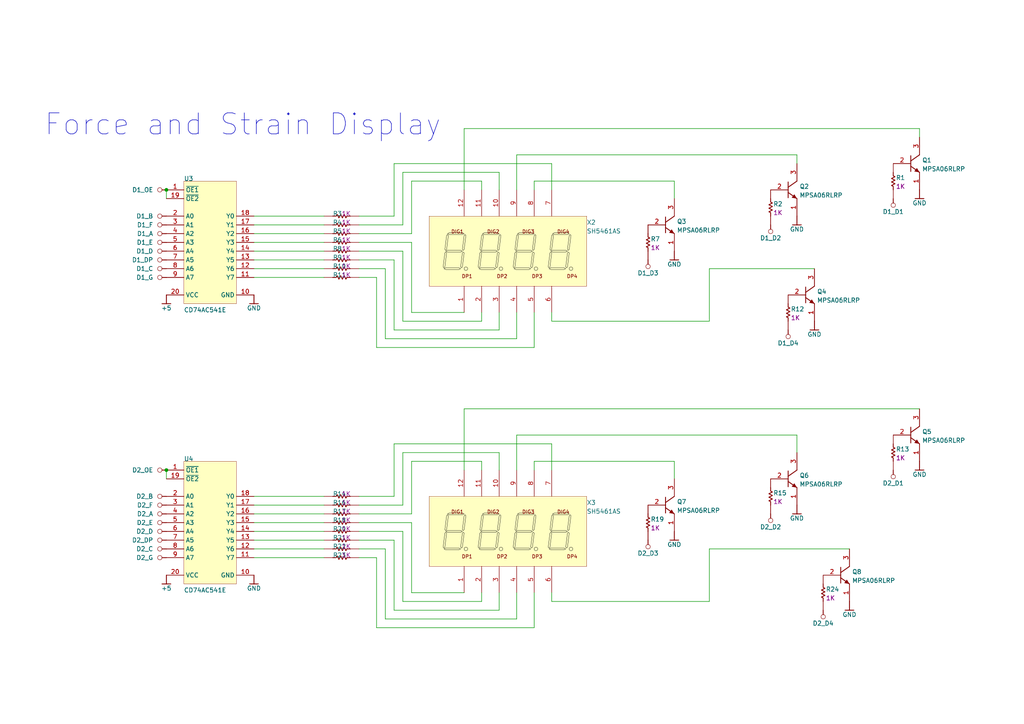
<source format=kicad_sch>
(kicad_sch (version 20231120) (generator "eeschema") (generator_version "8.0")
  (paper "A4")
  (junction (at 48.26 55.0672))
  (junction (at 48.26 136.3472))
  (wire (pts (xy 116.84 146.5072) (xy 116.84 131.2672)))
  (wire (pts (xy 154.94 90.6272) (xy 154.94 100.7872)))
  (wire (pts (xy 149.86 171.9072) (xy 149.86 179.5272)))
  (wire (pts (xy 104.14 149.0472) (xy 119.38 149.0472)))
  (wire (pts (xy 144.78 171.9072) (xy 144.78 176.9872)))
  (wire (pts (xy 104.14 151.5872) (xy 119.38 151.5872)))
  (wire (pts (xy 144.78 131.2672) (xy 144.78 136.3472)))
  (wire (pts (xy 73.66 146.5072) (xy 93.98 146.5072)))
  (wire (pts (xy 114.3 47.4472) (xy 160.02 47.4472)))
  (wire (pts (xy 134.62 136.3472) (xy 134.62 118.5672)))
  (wire (pts (xy 144.78 90.6272) (xy 144.78 95.7072)))
  (wire (pts (xy 154.94 100.7872) (xy 109.22 100.7872)))
  (wire (pts (xy 73.66 70.3072) (xy 93.98 70.3072)))
  (wire (pts (xy 154.94 136.3472) (xy 154.94 133.8072)))
  (wire (pts (xy 104.14 65.2272) (xy 116.84 65.2272)))
  (wire (pts (xy 119.38 52.5272) (xy 139.7 52.5272)))
  (wire (pts (xy 104.14 146.5072) (xy 116.84 146.5072)))
  (wire (pts (xy 114.3 62.6872) (xy 114.3 47.4472)))
  (wire (pts (xy 114.3 95.7072) (xy 114.3 75.3872)))
  (wire (pts (xy 139.7 93.1672) (xy 116.84 93.1672)))
  (wire (pts (xy 73.66 154.1272) (xy 93.98 154.1272)))
  (wire (pts (xy 73.66 143.9672) (xy 93.98 143.9672)))
  (wire (pts (xy 139.7 171.9072) (xy 139.7 174.4472)))
  (wire (pts (xy 160.02 128.7272) (xy 160.02 136.3472)))
  (wire (pts (xy 73.66 77.9272) (xy 93.98 77.9272)))
  (wire (pts (xy 160.02 93.1672) (xy 205.74 93.1672)))
  (wire (pts (xy 195.58 133.8072) (xy 195.58 138.8872)))
  (wire (pts (xy 111.76 179.5272) (xy 111.76 159.2072)))
  (wire (pts (xy 73.66 72.8472) (xy 93.98 72.8472)))
  (wire (pts (xy 119.38 149.0472) (xy 119.38 133.8072)))
  (wire (pts (xy 266.7 37.2872) (xy 266.7 39.8272)))
  (wire (pts (xy 116.84 72.8472) (xy 104.14 72.8472)))
  (wire (pts (xy 73.66 151.5872) (xy 93.98 151.5872)))
  (wire (pts (xy 205.74 77.9272) (xy 236.22 77.9272)))
  (wire (pts (xy 195.58 52.5272) (xy 195.58 57.6072)))
  (wire (pts (xy 114.3 75.3872) (xy 104.14 75.3872)))
  (wire (pts (xy 73.66 65.2272) (xy 93.98 65.2272)))
  (wire (pts (xy 116.84 93.1672) (xy 116.84 72.8472)))
  (wire (pts (xy 149.86 98.2472) (xy 111.76 98.2472)))
  (wire (pts (xy 154.94 133.8072) (xy 195.58 133.8072)))
  (wire (pts (xy 111.76 98.2472) (xy 111.76 77.9272)))
  (wire (pts (xy 73.66 75.3872) (xy 93.98 75.3872)))
  (wire (pts (xy 114.3 176.9872) (xy 114.3 156.6672)))
  (wire (pts (xy 48.26 138.8872) (xy 48.26 136.3472)))
  (wire (pts (xy 149.86 44.9072) (xy 231.14 44.9072)))
  (wire (pts (xy 160.02 90.6272) (xy 160.02 93.1672)))
  (wire (pts (xy 104.14 143.9672) (xy 114.3 143.9672)))
  (wire (pts (xy 116.84 174.4472) (xy 116.84 154.1272)))
  (wire (pts (xy 144.78 176.9872) (xy 114.3 176.9872)))
  (wire (pts (xy 114.3 156.6672) (xy 104.14 156.6672)))
  (wire (pts (xy 109.22 161.7472) (xy 104.14 161.7472)))
  (wire (pts (xy 73.66 67.7672) (xy 93.98 67.7672)))
  (wire (pts (xy 139.7 133.8072) (xy 139.7 136.3472)))
  (wire (pts (xy 154.94 182.0672) (xy 109.22 182.0672)))
  (wire (pts (xy 114.3 128.7272) (xy 160.02 128.7272)))
  (wire (pts (xy 154.94 171.9072) (xy 154.94 182.0672)))
  (wire (pts (xy 160.02 171.9072) (xy 160.02 174.4472)))
  (wire (pts (xy 139.7 52.5272) (xy 139.7 55.0672)))
  (wire (pts (xy 73.66 156.6672) (xy 93.98 156.6672)))
  (wire (pts (xy 111.76 77.9272) (xy 104.14 77.9272)))
  (wire (pts (xy 116.84 49.9872) (xy 144.78 49.9872)))
  (wire (pts (xy 73.66 62.6872) (xy 93.98 62.6872)))
  (wire (pts (xy 73.66 149.0472) (xy 93.98 149.0472)))
  (wire (pts (xy 73.66 159.2072) (xy 93.98 159.2072)))
  (wire (pts (xy 116.84 131.2672) (xy 144.78 131.2672)))
  (wire (pts (xy 160.02 174.4472) (xy 205.74 174.4472)))
  (wire (pts (xy 205.74 174.4472) (xy 205.74 159.2072)))
  (wire (pts (xy 119.38 151.5872) (xy 119.38 171.9072)))
  (wire (pts (xy 119.38 171.9072) (xy 134.62 171.9072)))
  (wire (pts (xy 109.22 100.7872) (xy 109.22 80.4672)))
  (wire (pts (xy 73.66 80.4672) (xy 93.98 80.4672)))
  (wire (pts (xy 144.78 95.7072) (xy 114.3 95.7072)))
  (wire (pts (xy 154.94 55.0672) (xy 154.94 52.5272)))
  (wire (pts (xy 134.62 37.2872) (xy 266.7 37.2872)))
  (wire (pts (xy 134.62 55.0672) (xy 134.62 37.2872)))
  (wire (pts (xy 139.7 174.4472) (xy 116.84 174.4472)))
  (wire (pts (xy 149.86 126.1872) (xy 231.14 126.1872)))
  (wire (pts (xy 149.86 179.5272) (xy 111.76 179.5272)))
  (wire (pts (xy 119.38 70.3072) (xy 119.38 90.6272)))
  (wire (pts (xy 144.78 49.9872) (xy 144.78 55.0672)))
  (wire (pts (xy 73.66 161.7472) (xy 93.98 161.7472)))
  (wire (pts (xy 149.86 90.6272) (xy 149.86 98.2472)))
  (wire (pts (xy 109.22 182.0672) (xy 109.22 161.7472)))
  (wire (pts (xy 149.86 136.3472) (xy 149.86 126.1872)))
  (wire (pts (xy 119.38 67.7672) (xy 119.38 52.5272)))
  (wire (pts (xy 119.38 133.8072) (xy 139.7 133.8072)))
  (wire (pts (xy 111.76 159.2072) (xy 104.14 159.2072)))
  (wire (pts (xy 205.74 93.1672) (xy 205.74 77.9272)))
  (wire (pts (xy 116.84 154.1272) (xy 104.14 154.1272)))
  (wire (pts (xy 48.26 57.6072) (xy 48.26 55.0672)))
  (wire (pts (xy 231.14 44.9072) (xy 231.14 47.4472)))
  (wire (pts (xy 149.86 55.0672) (xy 149.86 44.9072)))
  (wire (pts (xy 139.7 90.6272) (xy 139.7 93.1672)))
  (wire (pts (xy 114.3 143.9672) (xy 114.3 128.7272)))
  (wire (pts (xy 134.62 118.5672) (xy 266.7 118.5672)))
  (wire (pts (xy 104.14 62.6872) (xy 114.3 62.6872)))
  (wire (pts (xy 119.38 90.6272) (xy 134.62 90.6272)))
  (wire (pts (xy 104.14 67.7672) (xy 119.38 67.7672)))
  (wire (pts (xy 104.14 70.3072) (xy 119.38 70.3072)))
  (wire (pts (xy 116.84 65.2272) (xy 116.84 49.9872)))
  (wire (pts (xy 160.02 47.4472) (xy 160.02 55.0672)))
  (wire (pts (xy 231.14 126.1872) (xy 231.14 131.2672)))
  (wire (pts (xy 109.22 80.4672) (xy 104.14 80.4672)))
  (wire (pts (xy 205.74 159.2072) (xy 246.38 159.2072)))
  (wire (pts (xy 154.94 52.5272) (xy 195.58 52.5272)))
  (text "Force and Strain Display" (at 12.7 39.8272 0) (effects (font (size 6.096 6.096)) (justify left bottom)))
  (symbol (lib_id "UMTK-altium-import:GND_BAR") (at 236.22 93.1672 0) (unit 1)
    (property "Reference" "#PWR?" (effects (hide yes)))
    (property "Value" "GND" (at 236.22 96.9772 0))
  )
  (symbol (lib_id "UMTK-altium-import:root_1_Res1") (at 236.22 174.4472 0) (unit 1)
    (property "Reference" "R24" (at 239.522 171.6532 0) (effects (justify left bottom)))
    (property "Value" "Res1" (effects (hide yes)))
    (property "Footprint" "AXIAL-0.3-3D" (effects (hide yes)))
    (property "Description" "Resistor" (effects (hide yes)))
    (property "PUBLISHED" "8-Jun-2000" (effects (hide yes)))
    (property "LATESTREVISIONDATE" "17-Jul-2002" (effects (hide yes)))
    (property "LATESTREVISIONNOTE" "Re-released for DXP Platform." (effects (hide yes)))
    (property "PACKAGEREFERENCE" "AXIAL-0.3" (effects (hide yes)))
    (property "PUBLISHER" "Altium Limited" (effects (hide yes)))
    (property "PACKAGEDESCRIPTION" "Axial Device, Thru-Hole; 2 Leads; 0.3 in Pin Spacing" (effects (hide yes)))
    (property "ALTIUM_VALUE" "1K" (at 239.522 174.1932 0) (effects (justify left bottom)))
  )
  (symbol (lib_id "UMTK-altium-import:root_0_4x7Seg") (at 147.32 154.1272 0) (unit 1)
    (property "Reference" "X3" (at 170.18 146.5072 0) (effects (justify left bottom)))
    (property "Value" "SH5461AS" (at 170.18 149.0472 0) (effects (justify left bottom)))
    (property "Footprint" "4x7Seg" (effects (hide yes)))
    (property "Description" "4 Character 7 Segment Display, Common Cathode" (effects (hide yes)))
  )
  (symbol (lib_id "UMTK-altium-import:root_1_Res1") (at 256.54 55.0672 0) (unit 1)
    (property "Reference" "R1" (at 259.842 52.2732 0) (effects (justify left bottom)))
    (property "Value" "Res1" (effects (hide yes)))
    (property "Footprint" "AXIAL-0.3-3D" (effects (hide yes)))
    (property "Description" "Resistor" (effects (hide yes)))
    (property "PUBLISHED" "8-Jun-2000" (effects (hide yes)))
    (property "LATESTREVISIONDATE" "17-Jul-2002" (effects (hide yes)))
    (property "LATESTREVISIONNOTE" "Re-released for DXP Platform." (effects (hide yes)))
    (property "PACKAGEREFERENCE" "AXIAL-0.3" (effects (hide yes)))
    (property "PUBLISHER" "Altium Limited" (effects (hide yes)))
    (property "PACKAGEDESCRIPTION" "Axial Device, Thru-Hole; 2 Leads; 0.3 in Pin Spacing" (effects (hide yes)))
    (property "ALTIUM_VALUE" "1K" (at 259.842 54.8132 0) (effects (justify left bottom)))
  )
  (symbol (lib_id "UMTK-altium-import:root_2_Res1") (at 101.6 70.3072 0) (unit 1)
    (property "Reference" "R5" (at 96.52 67.7672 0) (effects (justify left bottom)))
    (property "Value" "Res1" (effects (hide yes)))
    (property "Footprint" "AXIAL-0.3-3D" (effects (hide yes)))
    (property "Description" "Resistor" (effects (hide yes)))
    (property "PUBLISHED" "8-Jun-2000" (effects (hide yes)))
    (property "LATESTREVISIONDATE" "17-Jul-2002" (effects (hide yes)))
    (property "LATESTREVISIONNOTE" "Re-released for DXP Platform." (effects (hide yes)))
    (property "PACKAGEREFERENCE" "AXIAL-0.3" (effects (hide yes)))
    (property "PUBLISHER" "Altium Limited" (effects (hide yes)))
    (property "PACKAGEDESCRIPTION" "Axial Device, Thru-Hole; 2 Leads; 0.3 in Pin Spacing" (effects (hide yes)))
    (property "ALTIUM_VALUE" "1K" (at 99.06 67.7672 0) (effects (justify left bottom)))
  )
  (symbol (lib_id "UMTK-altium-import:D2_E_CIRCLE") (at 48.26 151.5872 270) (unit 1)
    (property "Reference" "#PWR?" (effects (hide yes)))
    (property "Value" "D2_E" (at 44.45 151.5872 90) (effects (justify right)))
  )
  (symbol (lib_id "UMTK-altium-import:D1_B_CIRCLE") (at 48.26 62.6872 270) (unit 1)
    (property "Reference" "#PWR?" (effects (hide yes)))
    (property "Value" "D1_B" (at 44.45 62.6872 90) (effects (justify right)))
  )
  (symbol (lib_id "UMTK-altium-import:GND_BAR") (at 195.58 72.8472 0) (unit 1)
    (property "Reference" "#PWR?" (effects (hide yes)))
    (property "Value" "GND" (at 195.58 76.6572 0))
  )
  (symbol (lib_id "UMTK-altium-import:root_2_Res1") (at 101.6 164.2872 0) (unit 1)
    (property "Reference" "R23" (at 96.52 161.7472 0) (effects (justify left bottom)))
    (property "Value" "Res1" (effects (hide yes)))
    (property "Footprint" "AXIAL-0.3-3D" (effects (hide yes)))
    (property "Description" "Resistor" (effects (hide yes)))
    (property "PUBLISHED" "8-Jun-2000" (effects (hide yes)))
    (property "LATESTREVISIONDATE" "17-Jul-2002" (effects (hide yes)))
    (property "LATESTREVISIONNOTE" "Re-released for DXP Platform." (effects (hide yes)))
    (property "PACKAGEREFERENCE" "AXIAL-0.3" (effects (hide yes)))
    (property "PUBLISHER" "Altium Limited" (effects (hide yes)))
    (property "PACKAGEDESCRIPTION" "Axial Device, Thru-Hole; 2 Leads; 0.3 in Pin Spacing" (effects (hide yes)))
    (property "ALTIUM_VALUE" "1K" (at 99.06 161.7472 0) (effects (justify left bottom)))
  )
  (symbol (lib_id "UMTK-altium-import:D2_D_CIRCLE") (at 48.26 154.1272 270) (unit 1)
    (property "Reference" "#PWR?" (effects (hide yes)))
    (property "Value" "D2_D" (at 44.45 154.1272 90) (effects (justify right)))
  )
  (symbol (lib_id "UMTK-altium-import:D2_G_CIRCLE") (at 48.26 161.7472 270) (unit 1)
    (property "Reference" "#PWR?" (effects (hide yes)))
    (property "Value" "D2_G" (at 44.45 161.7472 90) (effects (justify right)))
  )
  (symbol (lib_id "UMTK-altium-import:D1_D2_CIRCLE") (at 223.52 65.2272 0) (unit 1)
    (property "Reference" "#PWR?" (effects (hide yes)))
    (property "Value" "D1_D2" (at 223.52 69.0372 0))
  )
  (symbol (lib_id "UMTK-altium-import:root_2_Res1") (at 101.6 161.7472 0) (unit 1)
    (property "Reference" "R22" (at 96.52 159.2072 0) (effects (justify left bottom)))
    (property "Value" "Res1" (effects (hide yes)))
    (property "Footprint" "AXIAL-0.3-3D" (effects (hide yes)))
    (property "Description" "Resistor" (effects (hide yes)))
    (property "PUBLISHED" "8-Jun-2000" (effects (hide yes)))
    (property "LATESTREVISIONDATE" "17-Jul-2002" (effects (hide yes)))
    (property "LATESTREVISIONNOTE" "Re-released for DXP Platform." (effects (hide yes)))
    (property "PACKAGEREFERENCE" "AXIAL-0.3" (effects (hide yes)))
    (property "PUBLISHER" "Altium Limited" (effects (hide yes)))
    (property "PACKAGEDESCRIPTION" "Axial Device, Thru-Hole; 2 Leads; 0.3 in Pin Spacing" (effects (hide yes)))
    (property "ALTIUM_VALUE" "1K" (at 99.06 159.2072 0) (effects (justify left bottom)))
  )
  (symbol (lib_id "UMTK-altium-import:D2_A_CIRCLE") (at 48.26 149.0472 270) (unit 1)
    (property "Reference" "#PWR?" (effects (hide yes)))
    (property "Value" "D2_A" (at 44.45 149.0472 90) (effects (justify right)))
  )
  (symbol (lib_id "UMTK-altium-import:GND_BAR") (at 231.14 146.5072 0) (unit 1)
    (property "Reference" "#PWR?" (effects (hide yes)))
    (property "Value" "GND" (at 231.14 150.3172 0))
  )
  (symbol (lib_id "UMTK-altium-import:D2_D1_CIRCLE") (at 259.08 136.3472 0) (unit 1)
    (property "Reference" "#PWR?" (effects (hide yes)))
    (property "Value" "D2_D1" (at 259.08 140.1572 0))
  )
  (symbol (lib_id "UMTK-altium-import:root_2_Res1") (at 101.6 65.2272 0) (unit 1)
    (property "Reference" "R3" (at 96.52 62.6872 0) (effects (justify left bottom)))
    (property "Value" "Res1" (effects (hide yes)))
    (property "Footprint" "AXIAL-0.3-3D" (effects (hide yes)))
    (property "Description" "Resistor" (effects (hide yes)))
    (property "PUBLISHED" "8-Jun-2000" (effects (hide yes)))
    (property "LATESTREVISIONDATE" "17-Jul-2002" (effects (hide yes)))
    (property "LATESTREVISIONNOTE" "Re-released for DXP Platform." (effects (hide yes)))
    (property "PACKAGEREFERENCE" "AXIAL-0.3" (effects (hide yes)))
    (property "PUBLISHER" "Altium Limited" (effects (hide yes)))
    (property "PACKAGEDESCRIPTION" "Axial Device, Thru-Hole; 2 Leads; 0.3 in Pin Spacing" (effects (hide yes)))
    (property "ALTIUM_VALUE" "1K" (at 99.06 62.6872 0) (effects (justify left bottom)))
  )
  (symbol (lib_id "UMTK-altium-import:root_0_ONSC-NPN-E1B2C3-3") (at 264.16 44.9072 0) (unit 1)
    (property "Reference" "Q1" (at 267.462 47.1932 0) (effects (justify left bottom)))
    (property "Value" "MPSA06RLRP" (at 267.462 49.7332 0) (effects (justify left bottom)))
    (property "Footprint" "ONSC-TO-92-3-29-11_AM_BL" (effects (hide yes)))
    (property "Description" "80 V, 0.5 A, Amplifier Transistor, NPN Transistor, 3-Pin TO-92, Ammo Box" (effects (hide yes)))
    (property "MANUFACTURER" "On Semiconductor" (effects (hide yes)))
    (property "COMPONENTLINK3DESCRIPTION" "Package Specification" (effects (hide yes)))
    (property "FT MIN (MHZ)" "100" (effects (hide yes)))
    (property "PACKAGEDESCRIPTION" "3-Pin Transistor Outline, Body 4.825 x 3.685 mm, Pitch 1.27 mm" (effects (hide yes)))
    (property "DATASHEETVERSION" "Rev. 3" (effects (hide yes)))
    (property "POLARITY" "NPN" (effects (hide yes)))
    (property "PACKING" "Ammo Box" (effects (hide yes)))
    (property "PARTNUMBER" "MPSA06RLRP" (effects (hide yes)))
    (property "PACKAGEVERSION" "Rev. AM" (effects (hide yes)))
    (property "COMPONENTLINK2URL" "http://www.onsemi.cn/pub_link/Collateral/MPSA05-D.PDF" (effects (hide yes)))
    (property "PACKAGEREFERENCE" "TO-92-3-29-11_AM_BL" (effects (hide yes)))
    (property "COMPONENTLINK2DESCRIPTION" "Datasheet" (effects (hide yes)))
    (property "MOUNTING TECHNOLOGY" "Through Hole" (effects (hide yes)))
    (property "COMPONENTLINK1URL" "http://www.onsemi.com/" (effects (hide yes)))
    (property "IC CONTINUOUS (A)" "0.5" (effects (hide yes)))
    (property "COMPONENTLINK3URL" "http://www.onsemi.com/pub_link/Collateral/MAC97-D.PDF" (effects (hide yes)))
    (property "COMPONENTLINK1DESCRIPTION" "Manufacturer URL" (effects (hide yes)))
    (property "ROHS" "FALSE" (effects (hide yes)))
    (property "NOTE1" "0" (effects (hide yes)))
  )
  (symbol (lib_id "UMTK-altium-import:D2_B_CIRCLE") (at 48.26 143.9672 270) (unit 1)
    (property "Reference" "#PWR?" (effects (hide yes)))
    (property "Value" "D2_B" (at 44.45 143.9672 90) (effects (justify right)))
  )
  (symbol (lib_id "UMTK-altium-import:GND_BAR") (at 73.66 166.8272 0) (unit 1)
    (property "Reference" "#PWR?" (effects (hide yes)))
    (property "Value" "GND" (at 73.66 170.6372 0))
  )
  (symbol (lib_id "UMTK-altium-import:root_0_ONSC-NPN-E1B2C3-3") (at 243.84 164.2872 0) (unit 1)
    (property "Reference" "Q8" (at 247.142 166.5732 0) (effects (justify left bottom)))
    (property "Value" "MPSA06RLRP" (at 247.142 169.1132 0) (effects (justify left bottom)))
    (property "Footprint" "ONSC-TO-92-3-29-11_AM_BL" (effects (hide yes)))
    (property "Description" "80 V, 0.5 A, Amplifier Transistor, NPN Transistor, 3-Pin TO-92, Ammo Box" (effects (hide yes)))
    (property "MANUFACTURER" "On Semiconductor" (effects (hide yes)))
    (property "COMPONENTLINK3DESCRIPTION" "Package Specification" (effects (hide yes)))
    (property "FT MIN (MHZ)" "100" (effects (hide yes)))
    (property "PACKAGEDESCRIPTION" "3-Pin Transistor Outline, Body 4.825 x 3.685 mm, Pitch 1.27 mm" (effects (hide yes)))
    (property "DATASHEETVERSION" "Rev. 3" (effects (hide yes)))
    (property "POLARITY" "NPN" (effects (hide yes)))
    (property "PACKING" "Ammo Box" (effects (hide yes)))
    (property "PARTNUMBER" "MPSA06RLRP" (effects (hide yes)))
    (property "PACKAGEVERSION" "Rev. AM" (effects (hide yes)))
    (property "COMPONENTLINK2URL" "http://www.onsemi.cn/pub_link/Collateral/MPSA05-D.PDF" (effects (hide yes)))
    (property "PACKAGEREFERENCE" "TO-92-3-29-11_AM_BL" (effects (hide yes)))
    (property "COMPONENTLINK2DESCRIPTION" "Datasheet" (effects (hide yes)))
    (property "MOUNTING TECHNOLOGY" "Through Hole" (effects (hide yes)))
    (property "COMPONENTLINK1URL" "http://www.onsemi.com/" (effects (hide yes)))
    (property "IC CONTINUOUS (A)" "0.5" (effects (hide yes)))
    (property "COMPONENTLINK3URL" "http://www.onsemi.com/pub_link/Collateral/MAC97-D.PDF" (effects (hide yes)))
    (property "COMPONENTLINK1DESCRIPTION" "Manufacturer URL" (effects (hide yes)))
    (property "ROHS" "FALSE" (effects (hide yes)))
    (property "NOTE1" "0" (effects (hide yes)))
  )
  (symbol (lib_id "UMTK-altium-import:root_2_Res1") (at 101.6 72.8472 0) (unit 1)
    (property "Reference" "R6" (at 96.52 70.3072 0) (effects (justify left bottom)))
    (property "Value" "Res1" (effects (hide yes)))
    (property "Footprint" "AXIAL-0.3-3D" (effects (hide yes)))
    (property "Description" "Resistor" (effects (hide yes)))
    (property "PUBLISHED" "8-Jun-2000" (effects (hide yes)))
    (property "LATESTREVISIONDATE" "17-Jul-2002" (effects (hide yes)))
    (property "LATESTREVISIONNOTE" "Re-released for DXP Platform." (effects (hide yes)))
    (property "PACKAGEREFERENCE" "AXIAL-0.3" (effects (hide yes)))
    (property "PUBLISHER" "Altium Limited" (effects (hide yes)))
    (property "PACKAGEDESCRIPTION" "Axial Device, Thru-Hole; 2 Leads; 0.3 in Pin Spacing" (effects (hide yes)))
    (property "ALTIUM_VALUE" "1K" (at 99.06 70.3072 0) (effects (justify left bottom)))
  )
  (symbol (lib_id "UMTK-altium-import:root_0_TI-CD74_54XXX541-20") (at 53.34 133.8072 0) (unit 1)
    (property "Reference" "U4" (at 53.34 133.8072 0) (effects (justify left bottom)))
    (property "Value" "CD74AC541E" (at 53.34 171.9072 0) (effects (justify left bottom)))
    (property "Footprint" "N0020A" (effects (hide yes)))
    (property "Description" "Non-Inverting Octal Buffer/Line Drivers with 3-State Outputs, N0020A, TUBE" (effects (hide yes)))
    (property "OPERATING TEMPERATURE RANGE(C)" "-55 to 125" (effects (hide yes)))
    (property "MANUFACTURER" "Texas Instruments" (effects (hide yes)))
    (property "COMPONENTLINK1DESCRIPTION" "Manufacturer URL" (effects (hide yes)))
    (property "F @ NOM VOLTAGE(MAX)(MHZ)" "60" (effects (hide yes)))
    (property "DATASHEETVERSION" "SCHS285A" (effects (hide yes)))
    (property "ICC @ NOM VOLTAGE(MAX)(MA)" "0.16" (effects (hide yes)))
    (property "CODE_JEITA" "5.08" (effects (hide yes)))
    (property "VCC(MAX)(V)" "5.5" (effects (hide yes)))
    (property "PACKAGEREFERENCE" "N0020A" (effects (hide yes)))
    (property "RATING" "Catalog" (effects (hide yes)))
    (property "VOLTAGE(NOM)(V)" "1.5,3.3,5" (effects (hide yes)))
    (property "VCC(MIN)(V)" "1.5" (effects (hide yes)))
    (property "COMPONENTLINK2URL" "http://www.ti.com/lit/ds/symlink/cd74ac541.pdf" (effects (hide yes)))
    (property "TPD @ NOM VOLTAGE(MAX)(NS)" "77,8.6,6.2" (effects (hide yes)))
    (property "OUTPUT TYPE" "CMOS" (effects (hide yes)))
    (property "PARTNUMBER" "CD74AC541E" (effects (hide yes)))
    (property "COMPONENTLINK2DESCRIPTION" "Datasheet" (effects (hide yes)))
    (property "PACKAGEVERSION" "http://www.ti.com/lit/ml/mpdi002c/mpdi002c.pdf" (effects (hide yes)))
    (property "GENERIC PART NUMBER" "CD74AC541" (effects (hide yes)))
    (property "INPUT TYPE" "CMOS" (effects (hide yes)))
    (property "BITS(#)" "8" (effects (hide yes)))
    (property "CODE_IPC" "MS-001" (effects (hide yes)))
    (property "COMPONENTLINK1URL" "http://www.ti.com/" (effects (hide yes)))
  )
  (symbol (lib_id "UMTK-altium-import:root_2_Res1") (at 101.6 159.2072 0) (unit 1)
    (property "Reference" "R21" (at 96.52 156.6672 0) (effects (justify left bottom)))
    (property "Value" "Res1" (effects (hide yes)))
    (property "Footprint" "AXIAL-0.3-3D" (effects (hide yes)))
    (property "Description" "Resistor" (effects (hide yes)))
    (property "PUBLISHED" "8-Jun-2000" (effects (hide yes)))
    (property "LATESTREVISIONDATE" "17-Jul-2002" (effects (hide yes)))
    (property "LATESTREVISIONNOTE" "Re-released for DXP Platform." (effects (hide yes)))
    (property "PACKAGEREFERENCE" "AXIAL-0.3" (effects (hide yes)))
    (property "PUBLISHER" "Altium Limited" (effects (hide yes)))
    (property "PACKAGEDESCRIPTION" "Axial Device, Thru-Hole; 2 Leads; 0.3 in Pin Spacing" (effects (hide yes)))
    (property "ALTIUM_VALUE" "1K" (at 99.06 156.6672 0) (effects (justify left bottom)))
  )
  (symbol (lib_id "UMTK-altium-import:root_0_ONSC-NPN-E1B2C3-3") (at 233.68 83.0072 0) (unit 1)
    (property "Reference" "Q4" (at 236.982 85.2932 0) (effects (justify left bottom)))
    (property "Value" "MPSA06RLRP" (at 236.982 87.8332 0) (effects (justify left bottom)))
    (property "Footprint" "ONSC-TO-92-3-29-11_AM_BL" (effects (hide yes)))
    (property "Description" "80 V, 0.5 A, Amplifier Transistor, NPN Transistor, 3-Pin TO-92, Ammo Box" (effects (hide yes)))
    (property "MANUFACTURER" "On Semiconductor" (effects (hide yes)))
    (property "COMPONENTLINK3DESCRIPTION" "Package Specification" (effects (hide yes)))
    (property "FT MIN (MHZ)" "100" (effects (hide yes)))
    (property "PACKAGEDESCRIPTION" "3-Pin Transistor Outline, Body 4.825 x 3.685 mm, Pitch 1.27 mm" (effects (hide yes)))
    (property "DATASHEETVERSION" "Rev. 3" (effects (hide yes)))
    (property "POLARITY" "NPN" (effects (hide yes)))
    (property "PACKING" "Ammo Box" (effects (hide yes)))
    (property "PARTNUMBER" "MPSA06RLRP" (effects (hide yes)))
    (property "PACKAGEVERSION" "Rev. AM" (effects (hide yes)))
    (property "COMPONENTLINK2URL" "http://www.onsemi.cn/pub_link/Collateral/MPSA05-D.PDF" (effects (hide yes)))
    (property "PACKAGEREFERENCE" "TO-92-3-29-11_AM_BL" (effects (hide yes)))
    (property "COMPONENTLINK2DESCRIPTION" "Datasheet" (effects (hide yes)))
    (property "MOUNTING TECHNOLOGY" "Through Hole" (effects (hide yes)))
    (property "COMPONENTLINK1URL" "http://www.onsemi.com/" (effects (hide yes)))
    (property "IC CONTINUOUS (A)" "0.5" (effects (hide yes)))
    (property "COMPONENTLINK3URL" "http://www.onsemi.com/pub_link/Collateral/MAC97-D.PDF" (effects (hide yes)))
    (property "COMPONENTLINK1DESCRIPTION" "Manufacturer URL" (effects (hide yes)))
    (property "ROHS" "FALSE" (effects (hide yes)))
    (property "NOTE1" "0" (effects (hide yes)))
  )
  (symbol (lib_id "UMTK-altium-import:root_0_TI-CD74_54XXX541-20") (at 53.34 52.5272 0) (unit 1)
    (property "Reference" "U3" (at 53.34 52.5272 0) (effects (justify left bottom)))
    (property "Value" "CD74AC541E" (at 53.34 90.6272 0) (effects (justify left bottom)))
    (property "Footprint" "N0020A" (effects (hide yes)))
    (property "Description" "Non-Inverting Octal Buffer/Line Drivers with 3-State Outputs, N0020A, TUBE" (effects (hide yes)))
    (property "OPERATING TEMPERATURE RANGE(C)" "-55 to 125" (effects (hide yes)))
    (property "MANUFACTURER" "Texas Instruments" (effects (hide yes)))
    (property "COMPONENTLINK1DESCRIPTION" "Manufacturer URL" (effects (hide yes)))
    (property "F @ NOM VOLTAGE(MAX)(MHZ)" "60" (effects (hide yes)))
    (property "DATASHEETVERSION" "SCHS285A" (effects (hide yes)))
    (property "ICC @ NOM VOLTAGE(MAX)(MA)" "0.16" (effects (hide yes)))
    (property "CODE_JEITA" "5.08" (effects (hide yes)))
    (property "VCC(MAX)(V)" "5.5" (effects (hide yes)))
    (property "PACKAGEREFERENCE" "N0020A" (effects (hide yes)))
    (property "RATING" "Catalog" (effects (hide yes)))
    (property "VOLTAGE(NOM)(V)" "1.5,3.3,5" (effects (hide yes)))
    (property "VCC(MIN)(V)" "1.5" (effects (hide yes)))
    (property "COMPONENTLINK2URL" "http://www.ti.com/lit/ds/symlink/cd74ac541.pdf" (effects (hide yes)))
    (property "TPD @ NOM VOLTAGE(MAX)(NS)" "77,8.6,6.2" (effects (hide yes)))
    (property "OUTPUT TYPE" "CMOS" (effects (hide yes)))
    (property "PARTNUMBER" "CD74AC541E" (effects (hide yes)))
    (property "COMPONENTLINK2DESCRIPTION" "Datasheet" (effects (hide yes)))
    (property "PACKAGEVERSION" "http://www.ti.com/lit/ml/mpdi002c/mpdi002c.pdf" (effects (hide yes)))
    (property "GENERIC PART NUMBER" "CD74AC541" (effects (hide yes)))
    (property "INPUT TYPE" "CMOS" (effects (hide yes)))
    (property "BITS(#)" "8" (effects (hide yes)))
    (property "CODE_IPC" "MS-001" (effects (hide yes)))
    (property "COMPONENTLINK1URL" "http://www.ti.com/" (effects (hide yes)))
  )
  (symbol (lib_id "UMTK-altium-import:GND_BAR") (at 266.7 55.0672 0) (unit 1)
    (property "Reference" "#PWR?" (effects (hide yes)))
    (property "Value" "GND" (at 266.7 58.8772 0))
  )
  (symbol (lib_id "UMTK-altium-import:D1_F_CIRCLE") (at 48.26 65.2272 270) (unit 1)
    (property "Reference" "#PWR?" (effects (hide yes)))
    (property "Value" "D1_F" (at 44.45 65.2272 90) (effects (justify right)))
  )
  (symbol (lib_id "UMTK-altium-import:root_1_Res1") (at 185.42 154.1272 0) (unit 1)
    (property "Reference" "R19" (at 188.722 151.3332 0) (effects (justify left bottom)))
    (property "Value" "Res1" (effects (hide yes)))
    (property "Footprint" "AXIAL-0.3-3D" (effects (hide yes)))
    (property "Description" "Resistor" (effects (hide yes)))
    (property "PUBLISHED" "8-Jun-2000" (effects (hide yes)))
    (property "LATESTREVISIONDATE" "17-Jul-2002" (effects (hide yes)))
    (property "LATESTREVISIONNOTE" "Re-released for DXP Platform." (effects (hide yes)))
    (property "PACKAGEREFERENCE" "AXIAL-0.3" (effects (hide yes)))
    (property "PUBLISHER" "Altium Limited" (effects (hide yes)))
    (property "PACKAGEDESCRIPTION" "Axial Device, Thru-Hole; 2 Leads; 0.3 in Pin Spacing" (effects (hide yes)))
    (property "ALTIUM_VALUE" "1K" (at 188.722 153.8732 0) (effects (justify left bottom)))
  )
  (symbol (lib_id "UMTK-altium-import:root_2_Res1") (at 101.6 146.5072 0) (unit 1)
    (property "Reference" "R14" (at 96.52 143.9672 0) (effects (justify left bottom)))
    (property "Value" "Res1" (effects (hide yes)))
    (property "Footprint" "AXIAL-0.3-3D" (effects (hide yes)))
    (property "Description" "Resistor" (effects (hide yes)))
    (property "PUBLISHED" "8-Jun-2000" (effects (hide yes)))
    (property "LATESTREVISIONDATE" "17-Jul-2002" (effects (hide yes)))
    (property "LATESTREVISIONNOTE" "Re-released for DXP Platform." (effects (hide yes)))
    (property "PACKAGEREFERENCE" "AXIAL-0.3" (effects (hide yes)))
    (property "PUBLISHER" "Altium Limited" (effects (hide yes)))
    (property "PACKAGEDESCRIPTION" "Axial Device, Thru-Hole; 2 Leads; 0.3 in Pin Spacing" (effects (hide yes)))
    (property "ALTIUM_VALUE" "1K" (at 99.06 143.9672 0) (effects (justify left bottom)))
  )
  (symbol (lib_id "UMTK-altium-import:D1_D_CIRCLE") (at 48.26 72.8472 270) (unit 1)
    (property "Reference" "#PWR?" (effects (hide yes)))
    (property "Value" "D1_D" (at 44.45 72.8472 90) (effects (justify right)))
  )
  (symbol (lib_id "UMTK-altium-import:root_2_Res1") (at 101.6 151.5872 0) (unit 1)
    (property "Reference" "R17" (at 96.52 149.0472 0) (effects (justify left bottom)))
    (property "Value" "Res1" (effects (hide yes)))
    (property "Footprint" "AXIAL-0.3-3D" (effects (hide yes)))
    (property "Description" "Resistor" (effects (hide yes)))
    (property "PUBLISHED" "8-Jun-2000" (effects (hide yes)))
    (property "LATESTREVISIONDATE" "17-Jul-2002" (effects (hide yes)))
    (property "LATESTREVISIONNOTE" "Re-released for DXP Platform." (effects (hide yes)))
    (property "PACKAGEREFERENCE" "AXIAL-0.3" (effects (hide yes)))
    (property "PUBLISHER" "Altium Limited" (effects (hide yes)))
    (property "PACKAGEDESCRIPTION" "Axial Device, Thru-Hole; 2 Leads; 0.3 in Pin Spacing" (effects (hide yes)))
    (property "ALTIUM_VALUE" "1K" (at 99.06 149.0472 0) (effects (justify left bottom)))
  )
  (symbol (lib_id "UMTK-altium-import:D2_DP_CIRCLE") (at 48.26 156.6672 270) (unit 1)
    (property "Reference" "#PWR?" (effects (hide yes)))
    (property "Value" "D2_DP" (at 44.45 156.6672 90) (effects (justify right)))
  )
  (symbol (lib_id "UMTK-altium-import:D1_C_CIRCLE") (at 48.26 77.9272 270) (unit 1)
    (property "Reference" "#PWR?" (effects (hide yes)))
    (property "Value" "D1_C" (at 44.45 77.9272 90) (effects (justify right)))
  )
  (symbol (lib_id "UMTK-altium-import:D1_G_CIRCLE") (at 48.26 80.4672 270) (unit 1)
    (property "Reference" "#PWR?" (effects (hide yes)))
    (property "Value" "D1_G" (at 44.45 80.4672 90) (effects (justify right)))
  )
  (symbol (lib_id "UMTK-altium-import:GND_BAR") (at 195.58 154.1272 0) (unit 1)
    (property "Reference" "#PWR?" (effects (hide yes)))
    (property "Value" "GND" (at 195.58 157.9372 0))
  )
  (symbol (lib_id "UMTK-altium-import:root_0_4x7Seg") (at 147.32 72.8472 0) (unit 1)
    (property "Reference" "X2" (at 170.18 65.2272 0) (effects (justify left bottom)))
    (property "Value" "SH5461AS" (at 170.18 67.7672 0) (effects (justify left bottom)))
    (property "Footprint" "4x7Seg" (effects (hide yes)))
    (property "Description" "4 Character 7 Segment Display, Common Cathode" (effects (hide yes)))
  )
  (symbol (lib_id "UMTK-altium-import:root_2_Res1") (at 101.6 156.6672 0) (unit 1)
    (property "Reference" "R20" (at 96.52 154.1272 0) (effects (justify left bottom)))
    (property "Value" "Res1" (effects (hide yes)))
    (property "Footprint" "AXIAL-0.3-3D" (effects (hide yes)))
    (property "Description" "Resistor" (effects (hide yes)))
    (property "PUBLISHED" "8-Jun-2000" (effects (hide yes)))
    (property "LATESTREVISIONDATE" "17-Jul-2002" (effects (hide yes)))
    (property "LATESTREVISIONNOTE" "Re-released for DXP Platform." (effects (hide yes)))
    (property "PACKAGEREFERENCE" "AXIAL-0.3" (effects (hide yes)))
    (property "PUBLISHER" "Altium Limited" (effects (hide yes)))
    (property "PACKAGEDESCRIPTION" "Axial Device, Thru-Hole; 2 Leads; 0.3 in Pin Spacing" (effects (hide yes)))
    (property "ALTIUM_VALUE" "1K" (at 99.06 154.1272 0) (effects (justify left bottom)))
  )
  (symbol (lib_id "UMTK-altium-import:D2_C_CIRCLE") (at 48.26 159.2072 270) (unit 1)
    (property "Reference" "#PWR?" (effects (hide yes)))
    (property "Value" "D2_C" (at 44.45 159.2072 90) (effects (justify right)))
  )
  (symbol (lib_id "UMTK-altium-import:root_2_Res1") (at 101.6 67.7672 0) (unit 1)
    (property "Reference" "R4" (at 96.52 65.2272 0) (effects (justify left bottom)))
    (property "Value" "Res1" (effects (hide yes)))
    (property "Footprint" "AXIAL-0.3-3D" (effects (hide yes)))
    (property "Description" "Resistor" (effects (hide yes)))
    (property "PUBLISHED" "8-Jun-2000" (effects (hide yes)))
    (property "LATESTREVISIONDATE" "17-Jul-2002" (effects (hide yes)))
    (property "LATESTREVISIONNOTE" "Re-released for DXP Platform." (effects (hide yes)))
    (property "PACKAGEREFERENCE" "AXIAL-0.3" (effects (hide yes)))
    (property "PUBLISHER" "Altium Limited" (effects (hide yes)))
    (property "PACKAGEDESCRIPTION" "Axial Device, Thru-Hole; 2 Leads; 0.3 in Pin Spacing" (effects (hide yes)))
    (property "ALTIUM_VALUE" "1K" (at 99.06 65.2272 0) (effects (justify left bottom)))
  )
  (symbol (lib_id "UMTK-altium-import:D2_D4_CIRCLE") (at 238.76 176.9872 0) (unit 1)
    (property "Reference" "#PWR?" (effects (hide yes)))
    (property "Value" "D2_D4" (at 238.76 180.7972 0))
  )
  (symbol (lib_id "UMTK-altium-import:root_0_ONSC-NPN-E1B2C3-3") (at 264.16 123.6472 0) (unit 1)
    (property "Reference" "Q5" (at 267.462 125.9332 0) (effects (justify left bottom)))
    (property "Value" "MPSA06RLRP" (at 267.462 128.4732 0) (effects (justify left bottom)))
    (property "Footprint" "ONSC-TO-92-3-29-11_AM_BL" (effects (hide yes)))
    (property "Description" "80 V, 0.5 A, Amplifier Transistor, NPN Transistor, 3-Pin TO-92, Ammo Box" (effects (hide yes)))
    (property "MANUFACTURER" "On Semiconductor" (effects (hide yes)))
    (property "COMPONENTLINK3DESCRIPTION" "Package Specification" (effects (hide yes)))
    (property "FT MIN (MHZ)" "100" (effects (hide yes)))
    (property "PACKAGEDESCRIPTION" "3-Pin Transistor Outline, Body 4.825 x 3.685 mm, Pitch 1.27 mm" (effects (hide yes)))
    (property "DATASHEETVERSION" "Rev. 3" (effects (hide yes)))
    (property "POLARITY" "NPN" (effects (hide yes)))
    (property "PACKING" "Ammo Box" (effects (hide yes)))
    (property "PARTNUMBER" "MPSA06RLRP" (effects (hide yes)))
    (property "PACKAGEVERSION" "Rev. AM" (effects (hide yes)))
    (property "COMPONENTLINK2URL" "http://www.onsemi.cn/pub_link/Collateral/MPSA05-D.PDF" (effects (hide yes)))
    (property "PACKAGEREFERENCE" "TO-92-3-29-11_AM_BL" (effects (hide yes)))
    (property "COMPONENTLINK2DESCRIPTION" "Datasheet" (effects (hide yes)))
    (property "MOUNTING TECHNOLOGY" "Through Hole" (effects (hide yes)))
    (property "COMPONENTLINK1URL" "http://www.onsemi.com/" (effects (hide yes)))
    (property "IC CONTINUOUS (A)" "0.5" (effects (hide yes)))
    (property "COMPONENTLINK3URL" "http://www.onsemi.com/pub_link/Collateral/MAC97-D.PDF" (effects (hide yes)))
    (property "COMPONENTLINK1DESCRIPTION" "Manufacturer URL" (effects (hide yes)))
    (property "ROHS" "FALSE" (effects (hide yes)))
    (property "NOTE1" "0" (effects (hide yes)))
  )
  (symbol (lib_id "UMTK-altium-import:root_2_Res1") (at 101.6 83.0072 0) (unit 1)
    (property "Reference" "R11" (at 96.52 80.4672 0) (effects (justify left bottom)))
    (property "Value" "Res1" (effects (hide yes)))
    (property "Footprint" "AXIAL-0.3-3D" (effects (hide yes)))
    (property "Description" "Resistor" (effects (hide yes)))
    (property "PUBLISHED" "8-Jun-2000" (effects (hide yes)))
    (property "LATESTREVISIONDATE" "17-Jul-2002" (effects (hide yes)))
    (property "LATESTREVISIONNOTE" "Re-released for DXP Platform." (effects (hide yes)))
    (property "PACKAGEREFERENCE" "AXIAL-0.3" (effects (hide yes)))
    (property "PUBLISHER" "Altium Limited" (effects (hide yes)))
    (property "PACKAGEDESCRIPTION" "Axial Device, Thru-Hole; 2 Leads; 0.3 in Pin Spacing" (effects (hide yes)))
    (property "ALTIUM_VALUE" "1K" (at 99.06 80.4672 0) (effects (justify left bottom)))
  )
  (symbol (lib_id "UMTK-altium-import:D1_D1_CIRCLE") (at 259.08 57.6072 0) (unit 1)
    (property "Reference" "#PWR?" (effects (hide yes)))
    (property "Value" "D1_D1" (at 259.08 61.4172 0))
  )
  (symbol (lib_id "UMTK-altium-import:root_0_ONSC-NPN-E1B2C3-3") (at 228.6 52.5272 0) (unit 1)
    (property "Reference" "Q2" (at 231.902 54.8132 0) (effects (justify left bottom)))
    (property "Value" "MPSA06RLRP" (at 231.902 57.3532 0) (effects (justify left bottom)))
    (property "Footprint" "ONSC-TO-92-3-29-11_AM_BL" (effects (hide yes)))
    (property "Description" "80 V, 0.5 A, Amplifier Transistor, NPN Transistor, 3-Pin TO-92, Ammo Box" (effects (hide yes)))
    (property "MANUFACTURER" "On Semiconductor" (effects (hide yes)))
    (property "COMPONENTLINK3DESCRIPTION" "Package Specification" (effects (hide yes)))
    (property "FT MIN (MHZ)" "100" (effects (hide yes)))
    (property "PACKAGEDESCRIPTION" "3-Pin Transistor Outline, Body 4.825 x 3.685 mm, Pitch 1.27 mm" (effects (hide yes)))
    (property "DATASHEETVERSION" "Rev. 3" (effects (hide yes)))
    (property "POLARITY" "NPN" (effects (hide yes)))
    (property "PACKING" "Ammo Box" (effects (hide yes)))
    (property "PARTNUMBER" "MPSA06RLRP" (effects (hide yes)))
    (property "PACKAGEVERSION" "Rev. AM" (effects (hide yes)))
    (property "COMPONENTLINK2URL" "http://www.onsemi.cn/pub_link/Collateral/MPSA05-D.PDF" (effects (hide yes)))
    (property "PACKAGEREFERENCE" "TO-92-3-29-11_AM_BL" (effects (hide yes)))
    (property "COMPONENTLINK2DESCRIPTION" "Datasheet" (effects (hide yes)))
    (property "MOUNTING TECHNOLOGY" "Through Hole" (effects (hide yes)))
    (property "COMPONENTLINK1URL" "http://www.onsemi.com/" (effects (hide yes)))
    (property "IC CONTINUOUS (A)" "0.5" (effects (hide yes)))
    (property "COMPONENTLINK3URL" "http://www.onsemi.com/pub_link/Collateral/MAC97-D.PDF" (effects (hide yes)))
    (property "COMPONENTLINK1DESCRIPTION" "Manufacturer URL" (effects (hide yes)))
    (property "ROHS" "FALSE" (effects (hide yes)))
    (property "NOTE1" "0" (effects (hide yes)))
  )
  (symbol (lib_id "UMTK-altium-import:root_2_Res1") (at 101.6 77.9272 0) (unit 1)
    (property "Reference" "R9" (at 96.52 75.3872 0) (effects (justify left bottom)))
    (property "Value" "Res1" (effects (hide yes)))
    (property "Footprint" "AXIAL-0.3-3D" (effects (hide yes)))
    (property "Description" "Resistor" (effects (hide yes)))
    (property "PUBLISHED" "8-Jun-2000" (effects (hide yes)))
    (property "LATESTREVISIONDATE" "17-Jul-2002" (effects (hide yes)))
    (property "LATESTREVISIONNOTE" "Re-released for DXP Platform." (effects (hide yes)))
    (property "PACKAGEREFERENCE" "AXIAL-0.3" (effects (hide yes)))
    (property "PUBLISHER" "Altium Limited" (effects (hide yes)))
    (property "PACKAGEDESCRIPTION" "Axial Device, Thru-Hole; 2 Leads; 0.3 in Pin Spacing" (effects (hide yes)))
    (property "ALTIUM_VALUE" "1K" (at 99.06 75.3872 0) (effects (justify left bottom)))
  )
  (symbol (lib_id "UMTK-altium-import:D1_D3_CIRCLE") (at 187.96 75.3872 0) (unit 1)
    (property "Reference" "#PWR?" (effects (hide yes)))
    (property "Value" "D1_D3" (at 187.96 79.1972 0))
  )
  (symbol (lib_id "UMTK-altium-import:D2_F_CIRCLE") (at 48.26 146.5072 270) (unit 1)
    (property "Reference" "#PWR?" (effects (hide yes)))
    (property "Value" "D2_F" (at 44.45 146.5072 90) (effects (justify right)))
  )
  (symbol (lib_id "UMTK-altium-import:root_0_ONSC-NPN-E1B2C3-3") (at 193.04 143.9672 0) (unit 1)
    (property "Reference" "Q7" (at 196.342 146.2532 0) (effects (justify left bottom)))
    (property "Value" "MPSA06RLRP" (at 196.342 148.7932 0) (effects (justify left bottom)))
    (property "Footprint" "ONSC-TO-92-3-29-11_AM_BL" (effects (hide yes)))
    (property "Description" "80 V, 0.5 A, Amplifier Transistor, NPN Transistor, 3-Pin TO-92, Ammo Box" (effects (hide yes)))
    (property "MANUFACTURER" "On Semiconductor" (effects (hide yes)))
    (property "COMPONENTLINK3DESCRIPTION" "Package Specification" (effects (hide yes)))
    (property "FT MIN (MHZ)" "100" (effects (hide yes)))
    (property "PACKAGEDESCRIPTION" "3-Pin Transistor Outline, Body 4.825 x 3.685 mm, Pitch 1.27 mm" (effects (hide yes)))
    (property "DATASHEETVERSION" "Rev. 3" (effects (hide yes)))
    (property "POLARITY" "NPN" (effects (hide yes)))
    (property "PACKING" "Ammo Box" (effects (hide yes)))
    (property "PARTNUMBER" "MPSA06RLRP" (effects (hide yes)))
    (property "PACKAGEVERSION" "Rev. AM" (effects (hide yes)))
    (property "COMPONENTLINK2URL" "http://www.onsemi.cn/pub_link/Collateral/MPSA05-D.PDF" (effects (hide yes)))
    (property "PACKAGEREFERENCE" "TO-92-3-29-11_AM_BL" (effects (hide yes)))
    (property "COMPONENTLINK2DESCRIPTION" "Datasheet" (effects (hide yes)))
    (property "MOUNTING TECHNOLOGY" "Through Hole" (effects (hide yes)))
    (property "COMPONENTLINK1URL" "http://www.onsemi.com/" (effects (hide yes)))
    (property "IC CONTINUOUS (A)" "0.5" (effects (hide yes)))
    (property "COMPONENTLINK3URL" "http://www.onsemi.com/pub_link/Collateral/MAC97-D.PDF" (effects (hide yes)))
    (property "COMPONENTLINK1DESCRIPTION" "Manufacturer URL" (effects (hide yes)))
    (property "ROHS" "FALSE" (effects (hide yes)))
    (property "NOTE1" "0" (effects (hide yes)))
  )
  (symbol (lib_id "UMTK-altium-import:D1_D4_CIRCLE") (at 228.6 95.7072 0) (unit 1)
    (property "Reference" "#PWR?" (effects (hide yes)))
    (property "Value" "D1_D4" (at 228.6 99.5172 0))
  )
  (symbol (lib_id "UMTK-altium-import:root_0_ONSC-NPN-E1B2C3-3") (at 228.6 136.3472 0) (unit 1)
    (property "Reference" "Q6" (at 231.902 138.6332 0) (effects (justify left bottom)))
    (property "Value" "MPSA06RLRP" (at 231.902 141.1732 0) (effects (justify left bottom)))
    (property "Footprint" "ONSC-TO-92-3-29-11_AM_BL" (effects (hide yes)))
    (property "Description" "80 V, 0.5 A, Amplifier Transistor, NPN Transistor, 3-Pin TO-92, Ammo Box" (effects (hide yes)))
    (property "MANUFACTURER" "On Semiconductor" (effects (hide yes)))
    (property "COMPONENTLINK3DESCRIPTION" "Package Specification" (effects (hide yes)))
    (property "FT MIN (MHZ)" "100" (effects (hide yes)))
    (property "PACKAGEDESCRIPTION" "3-Pin Transistor Outline, Body 4.825 x 3.685 mm, Pitch 1.27 mm" (effects (hide yes)))
    (property "DATASHEETVERSION" "Rev. 3" (effects (hide yes)))
    (property "POLARITY" "NPN" (effects (hide yes)))
    (property "PACKING" "Ammo Box" (effects (hide yes)))
    (property "PARTNUMBER" "MPSA06RLRP" (effects (hide yes)))
    (property "PACKAGEVERSION" "Rev. AM" (effects (hide yes)))
    (property "COMPONENTLINK2URL" "http://www.onsemi.cn/pub_link/Collateral/MPSA05-D.PDF" (effects (hide yes)))
    (property "PACKAGEREFERENCE" "TO-92-3-29-11_AM_BL" (effects (hide yes)))
    (property "COMPONENTLINK2DESCRIPTION" "Datasheet" (effects (hide yes)))
    (property "MOUNTING TECHNOLOGY" "Through Hole" (effects (hide yes)))
    (property "COMPONENTLINK1URL" "http://www.onsemi.com/" (effects (hide yes)))
    (property "IC CONTINUOUS (A)" "0.5" (effects (hide yes)))
    (property "COMPONENTLINK3URL" "http://www.onsemi.com/pub_link/Collateral/MAC97-D.PDF" (effects (hide yes)))
    (property "COMPONENTLINK1DESCRIPTION" "Manufacturer URL" (effects (hide yes)))
    (property "ROHS" "FALSE" (effects (hide yes)))
    (property "NOTE1" "0" (effects (hide yes)))
  )
  (symbol (lib_id "UMTK-altium-import:+5_BAR") (at 48.26 166.8272 0) (unit 1)
    (property "Reference" "#PWR?" (effects (hide yes)))
    (property "Value" "+5" (at 48.26 170.6372 0))
  )
  (symbol (lib_id "UMTK-altium-import:D1_OE_CIRCLE") (at 48.26 55.0672 270) (unit 1)
    (property "Reference" "#PWR?" (effects (hide yes)))
    (property "Value" "D1_OE" (at 44.45 55.0672 90) (effects (justify right)))
  )
  (symbol (lib_id "UMTK-altium-import:root_1_Res1") (at 220.98 146.5072 0) (unit 1)
    (property "Reference" "R15" (at 224.282 143.7132 0) (effects (justify left bottom)))
    (property "Value" "Res1" (effects (hide yes)))
    (property "Footprint" "AXIAL-0.3-3D" (effects (hide yes)))
    (property "Description" "Resistor" (effects (hide yes)))
    (property "PUBLISHED" "8-Jun-2000" (effects (hide yes)))
    (property "LATESTREVISIONDATE" "17-Jul-2002" (effects (hide yes)))
    (property "LATESTREVISIONNOTE" "Re-released for DXP Platform." (effects (hide yes)))
    (property "PACKAGEREFERENCE" "AXIAL-0.3" (effects (hide yes)))
    (property "PUBLISHER" "Altium Limited" (effects (hide yes)))
    (property "PACKAGEDESCRIPTION" "Axial Device, Thru-Hole; 2 Leads; 0.3 in Pin Spacing" (effects (hide yes)))
    (property "ALTIUM_VALUE" "1K" (at 224.282 146.2532 0) (effects (justify left bottom)))
  )
  (symbol (lib_id "UMTK-altium-import:GND_BAR") (at 73.66 85.5472 0) (unit 1)
    (property "Reference" "#PWR?" (effects (hide yes)))
    (property "Value" "GND" (at 73.66 89.3572 0))
  )
  (symbol (lib_id "UMTK-altium-import:root_1_Res1") (at 226.06 93.1672 0) (unit 1)
    (property "Reference" "R12" (at 229.362 90.3732 0) (effects (justify left bottom)))
    (property "Value" "Res1" (effects (hide yes)))
    (property "Footprint" "AXIAL-0.3-3D" (effects (hide yes)))
    (property "Description" "Resistor" (effects (hide yes)))
    (property "PUBLISHED" "8-Jun-2000" (effects (hide yes)))
    (property "LATESTREVISIONDATE" "17-Jul-2002" (effects (hide yes)))
    (property "LATESTREVISIONNOTE" "Re-released for DXP Platform." (effects (hide yes)))
    (property "PACKAGEREFERENCE" "AXIAL-0.3" (effects (hide yes)))
    (property "PUBLISHER" "Altium Limited" (effects (hide yes)))
    (property "PACKAGEDESCRIPTION" "Axial Device, Thru-Hole; 2 Leads; 0.3 in Pin Spacing" (effects (hide yes)))
    (property "ALTIUM_VALUE" "1K" (at 229.362 92.9132 0) (effects (justify left bottom)))
  )
  (symbol (lib_id "UMTK-altium-import:D1_DP_CIRCLE") (at 48.26 75.3872 270) (unit 1)
    (property "Reference" "#PWR?" (effects (hide yes)))
    (property "Value" "D1_DP" (at 44.45 75.3872 90) (effects (justify right)))
  )
  (symbol (lib_id "UMTK-altium-import:root_1_Res1") (at 220.98 62.6872 0) (unit 1)
    (property "Reference" "R2" (at 224.282 59.8932 0) (effects (justify left bottom)))
    (property "Value" "Res1" (effects (hide yes)))
    (property "Footprint" "AXIAL-0.3-3D" (effects (hide yes)))
    (property "Description" "Resistor" (effects (hide yes)))
    (property "PUBLISHED" "8-Jun-2000" (effects (hide yes)))
    (property "LATESTREVISIONDATE" "17-Jul-2002" (effects (hide yes)))
    (property "LATESTREVISIONNOTE" "Re-released for DXP Platform." (effects (hide yes)))
    (property "PACKAGEREFERENCE" "AXIAL-0.3" (effects (hide yes)))
    (property "PUBLISHER" "Altium Limited" (effects (hide yes)))
    (property "PACKAGEDESCRIPTION" "Axial Device, Thru-Hole; 2 Leads; 0.3 in Pin Spacing" (effects (hide yes)))
    (property "ALTIUM_VALUE" "1K" (at 224.282 62.4332 0) (effects (justify left bottom)))
  )
  (symbol (lib_id "UMTK-altium-import:root_2_Res1") (at 101.6 75.3872 0) (unit 1)
    (property "Reference" "R8" (at 96.52 72.8472 0) (effects (justify left bottom)))
    (property "Value" "Res1" (effects (hide yes)))
    (property "Footprint" "AXIAL-0.3-3D" (effects (hide yes)))
    (property "Description" "Resistor" (effects (hide yes)))
    (property "PUBLISHED" "8-Jun-2000" (effects (hide yes)))
    (property "LATESTREVISIONDATE" "17-Jul-2002" (effects (hide yes)))
    (property "LATESTREVISIONNOTE" "Re-released for DXP Platform." (effects (hide yes)))
    (property "PACKAGEREFERENCE" "AXIAL-0.3" (effects (hide yes)))
    (property "PUBLISHER" "Altium Limited" (effects (hide yes)))
    (property "PACKAGEDESCRIPTION" "Axial Device, Thru-Hole; 2 Leads; 0.3 in Pin Spacing" (effects (hide yes)))
    (property "ALTIUM_VALUE" "1K" (at 99.06 72.8472 0) (effects (justify left bottom)))
  )
  (symbol (lib_id "UMTK-altium-import:root_1_Res1") (at 185.42 72.8472 0) (unit 1)
    (property "Reference" "R7" (at 188.722 70.0532 0) (effects (justify left bottom)))
    (property "Value" "Res1" (effects (hide yes)))
    (property "Footprint" "AXIAL-0.3-3D" (effects (hide yes)))
    (property "Description" "Resistor" (effects (hide yes)))
    (property "PUBLISHED" "8-Jun-2000" (effects (hide yes)))
    (property "LATESTREVISIONDATE" "17-Jul-2002" (effects (hide yes)))
    (property "LATESTREVISIONNOTE" "Re-released for DXP Platform." (effects (hide yes)))
    (property "PACKAGEREFERENCE" "AXIAL-0.3" (effects (hide yes)))
    (property "PUBLISHER" "Altium Limited" (effects (hide yes)))
    (property "PACKAGEDESCRIPTION" "Axial Device, Thru-Hole; 2 Leads; 0.3 in Pin Spacing" (effects (hide yes)))
    (property "ALTIUM_VALUE" "1K" (at 188.722 72.5932 0) (effects (justify left bottom)))
  )
  (symbol (lib_id "UMTK-altium-import:D1_A_CIRCLE") (at 48.26 67.7672 270) (unit 1)
    (property "Reference" "#PWR?" (effects (hide yes)))
    (property "Value" "D1_A" (at 44.45 67.7672 90) (effects (justify right)))
  )
  (symbol (lib_id "UMTK-altium-import:root_2_Res1") (at 101.6 149.0472 0) (unit 1)
    (property "Reference" "R16" (at 96.52 146.5072 0) (effects (justify left bottom)))
    (property "Value" "Res1" (effects (hide yes)))
    (property "Footprint" "AXIAL-0.3-3D" (effects (hide yes)))
    (property "Description" "Resistor" (effects (hide yes)))
    (property "PUBLISHED" "8-Jun-2000" (effects (hide yes)))
    (property "LATESTREVISIONDATE" "17-Jul-2002" (effects (hide yes)))
    (property "LATESTREVISIONNOTE" "Re-released for DXP Platform." (effects (hide yes)))
    (property "PACKAGEREFERENCE" "AXIAL-0.3" (effects (hide yes)))
    (property "PUBLISHER" "Altium Limited" (effects (hide yes)))
    (property "PACKAGEDESCRIPTION" "Axial Device, Thru-Hole; 2 Leads; 0.3 in Pin Spacing" (effects (hide yes)))
    (property "ALTIUM_VALUE" "1K" (at 99.06 146.5072 0) (effects (justify left bottom)))
  )
  (symbol (lib_id "UMTK-altium-import:GND_BAR") (at 246.38 174.4472 0) (unit 1)
    (property "Reference" "#PWR?" (effects (hide yes)))
    (property "Value" "GND" (at 246.38 178.2572 0))
  )
  (symbol (lib_id "UMTK-altium-import:root_2_Res1") (at 101.6 80.4672 0) (unit 1)
    (property "Reference" "R10" (at 96.52 77.9272 0) (effects (justify left bottom)))
    (property "Value" "Res1" (effects (hide yes)))
    (property "Footprint" "AXIAL-0.3-3D" (effects (hide yes)))
    (property "Description" "Resistor" (effects (hide yes)))
    (property "PUBLISHED" "8-Jun-2000" (effects (hide yes)))
    (property "LATESTREVISIONDATE" "17-Jul-2002" (effects (hide yes)))
    (property "LATESTREVISIONNOTE" "Re-released for DXP Platform." (effects (hide yes)))
    (property "PACKAGEREFERENCE" "AXIAL-0.3" (effects (hide yes)))
    (property "PUBLISHER" "Altium Limited" (effects (hide yes)))
    (property "PACKAGEDESCRIPTION" "Axial Device, Thru-Hole; 2 Leads; 0.3 in Pin Spacing" (effects (hide yes)))
    (property "ALTIUM_VALUE" "1K" (at 99.06 77.9272 0) (effects (justify left bottom)))
  )
  (symbol (lib_id "UMTK-altium-import:D1_E_CIRCLE") (at 48.26 70.3072 270) (unit 1)
    (property "Reference" "#PWR?" (effects (hide yes)))
    (property "Value" "D1_E" (at 44.45 70.3072 90) (effects (justify right)))
  )
  (symbol (lib_id "UMTK-altium-import:+5_BAR") (at 48.26 85.5472 0) (unit 1)
    (property "Reference" "#PWR?" (effects (hide yes)))
    (property "Value" "+5" (at 48.26 89.3572 0))
  )
  (symbol (lib_id "UMTK-altium-import:D2_D2_CIRCLE") (at 223.52 149.0472 0) (unit 1)
    (property "Reference" "#PWR?" (effects (hide yes)))
    (property "Value" "D2_D2" (at 223.52 152.8572 0))
  )
  (symbol (lib_id "UMTK-altium-import:D2_D3_CIRCLE") (at 187.96 156.6672 0) (unit 1)
    (property "Reference" "#PWR?" (effects (hide yes)))
    (property "Value" "D2_D3" (at 187.96 160.4772 0))
  )
  (symbol (lib_id "UMTK-altium-import:root_0_ONSC-NPN-E1B2C3-3") (at 193.04 62.6872 0) (unit 1)
    (property "Reference" "Q3" (at 196.342 64.9732 0) (effects (justify left bottom)))
    (property "Value" "MPSA06RLRP" (at 196.342 67.5132 0) (effects (justify left bottom)))
    (property "Footprint" "ONSC-TO-92-3-29-11_AM_BL" (effects (hide yes)))
    (property "Description" "80 V, 0.5 A, Amplifier Transistor, NPN Transistor, 3-Pin TO-92, Ammo Box" (effects (hide yes)))
    (property "MANUFACTURER" "On Semiconductor" (effects (hide yes)))
    (property "COMPONENTLINK3DESCRIPTION" "Package Specification" (effects (hide yes)))
    (property "FT MIN (MHZ)" "100" (effects (hide yes)))
    (property "PACKAGEDESCRIPTION" "3-Pin Transistor Outline, Body 4.825 x 3.685 mm, Pitch 1.27 mm" (effects (hide yes)))
    (property "DATASHEETVERSION" "Rev. 3" (effects (hide yes)))
    (property "POLARITY" "NPN" (effects (hide yes)))
    (property "PACKING" "Ammo Box" (effects (hide yes)))
    (property "PARTNUMBER" "MPSA06RLRP" (effects (hide yes)))
    (property "PACKAGEVERSION" "Rev. AM" (effects (hide yes)))
    (property "COMPONENTLINK2URL" "http://www.onsemi.cn/pub_link/Collateral/MPSA05-D.PDF" (effects (hide yes)))
    (property "PACKAGEREFERENCE" "TO-92-3-29-11_AM_BL" (effects (hide yes)))
    (property "COMPONENTLINK2DESCRIPTION" "Datasheet" (effects (hide yes)))
    (property "MOUNTING TECHNOLOGY" "Through Hole" (effects (hide yes)))
    (property "COMPONENTLINK1URL" "http://www.onsemi.com/" (effects (hide yes)))
    (property "IC CONTINUOUS (A)" "0.5" (effects (hide yes)))
    (property "COMPONENTLINK3URL" "http://www.onsemi.com/pub_link/Collateral/MAC97-D.PDF" (effects (hide yes)))
    (property "COMPONENTLINK1DESCRIPTION" "Manufacturer URL" (effects (hide yes)))
    (property "ROHS" "FALSE" (effects (hide yes)))
    (property "NOTE1" "0" (effects (hide yes)))
  )
  (symbol (lib_id "UMTK-altium-import:root_2_Res1") (at 101.6 154.1272 0) (unit 1)
    (property "Reference" "R18" (at 96.52 151.5872 0) (effects (justify left bottom)))
    (property "Value" "Res1" (effects (hide yes)))
    (property "Footprint" "AXIAL-0.3-3D" (effects (hide yes)))
    (property "Description" "Resistor" (effects (hide yes)))
    (property "PUBLISHED" "8-Jun-2000" (effects (hide yes)))
    (property "LATESTREVISIONDATE" "17-Jul-2002" (effects (hide yes)))
    (property "LATESTREVISIONNOTE" "Re-released for DXP Platform." (effects (hide yes)))
    (property "PACKAGEREFERENCE" "AXIAL-0.3" (effects (hide yes)))
    (property "PUBLISHER" "Altium Limited" (effects (hide yes)))
    (property "PACKAGEDESCRIPTION" "Axial Device, Thru-Hole; 2 Leads; 0.3 in Pin Spacing" (effects (hide yes)))
    (property "ALTIUM_VALUE" "1K" (at 99.06 151.5872 0) (effects (justify left bottom)))
  )
  (symbol (lib_id "UMTK-altium-import:root_1_Res1") (at 256.54 133.8072 0) (unit 1)
    (property "Reference" "R13" (at 259.842 131.0132 0) (effects (justify left bottom)))
    (property "Value" "Res1" (effects (hide yes)))
    (property "Footprint" "AXIAL-0.3-3D" (effects (hide yes)))
    (property "Description" "Resistor" (effects (hide yes)))
    (property "PUBLISHED" "8-Jun-2000" (effects (hide yes)))
    (property "LATESTREVISIONDATE" "17-Jul-2002" (effects (hide yes)))
    (property "LATESTREVISIONNOTE" "Re-released for DXP Platform." (effects (hide yes)))
    (property "PACKAGEREFERENCE" "AXIAL-0.3" (effects (hide yes)))
    (property "PUBLISHER" "Altium Limited" (effects (hide yes)))
    (property "PACKAGEDESCRIPTION" "Axial Device, Thru-Hole; 2 Leads; 0.3 in Pin Spacing" (effects (hide yes)))
    (property "ALTIUM_VALUE" "1K" (at 259.842 133.5532 0) (effects (justify left bottom)))
  )
  (symbol (lib_id "UMTK-altium-import:D2_OE_CIRCLE") (at 48.26 136.3472 270) (unit 1)
    (property "Reference" "#PWR?" (effects (hide yes)))
    (property "Value" "D2_OE" (at 44.45 136.3472 90) (effects (justify right)))
  )
  (symbol (lib_id "UMTK-altium-import:GND_BAR") (at 266.7 133.8072 0) (unit 1)
    (property "Reference" "#PWR?" (effects (hide yes)))
    (property "Value" "GND" (at 266.7 137.6172 0))
  )
  (symbol (lib_id "UMTK-altium-import:GND_BAR") (at 231.14 62.6872 0) (unit 1)
    (property "Reference" "#PWR?" (effects (hide yes)))
    (property "Value" "GND" (at 231.14 66.4972 0))
  )
)
</source>
